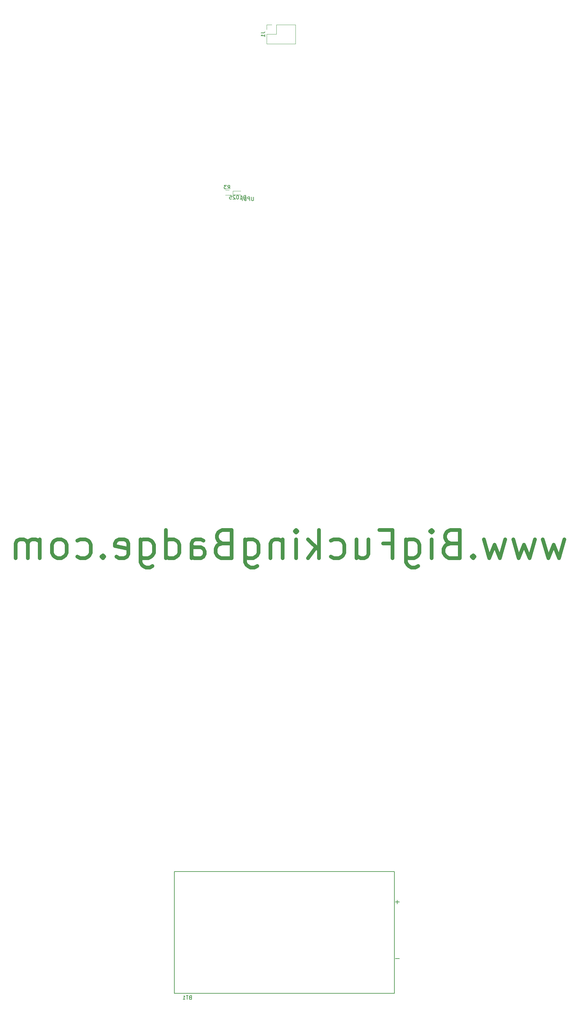
<source format=gbo>
%TF.GenerationSoftware,KiCad,Pcbnew,(5.1.9)-1*%
%TF.CreationDate,2021-07-16T12:39:06-07:00*%
%TF.ProjectId,CoronaBadge1,436f726f-6e61-4426-9164-6765312e6b69,rev?*%
%TF.SameCoordinates,Original*%
%TF.FileFunction,Legend,Bot*%
%TF.FilePolarity,Positive*%
%FSLAX46Y46*%
G04 Gerber Fmt 4.6, Leading zero omitted, Abs format (unit mm)*
G04 Created by KiCad (PCBNEW (5.1.9)-1) date 2021-07-16 12:39:06*
%MOMM*%
%LPD*%
G01*
G04 APERTURE LIST*
%ADD10C,1.016000*%
%ADD11C,0.127000*%
%ADD12C,0.120000*%
%ADD13C,0.150000*%
%ADD14C,1.530000*%
%ADD15R,0.500000X0.900000*%
%ADD16R,1.700000X1.700000*%
%ADD17O,1.700000X1.700000*%
%ADD18R,0.800000X0.800000*%
G04 APERTURE END LIST*
D10*
X268967142Y-179967142D02*
X267515714Y-185047142D01*
X266064285Y-181418571D01*
X264612857Y-185047142D01*
X263161428Y-179967142D01*
X260984285Y-179967142D02*
X259532857Y-185047142D01*
X258081428Y-181418571D01*
X256630000Y-185047142D01*
X255178571Y-179967142D01*
X253001428Y-179967142D02*
X251550000Y-185047142D01*
X250098571Y-181418571D01*
X248647142Y-185047142D01*
X247195714Y-179967142D01*
X244292857Y-184321428D02*
X243930000Y-184684285D01*
X244292857Y-185047142D01*
X244655714Y-184684285D01*
X244292857Y-184321428D01*
X244292857Y-185047142D01*
X238124285Y-181055714D02*
X237035714Y-181418571D01*
X236672857Y-181781428D01*
X236310000Y-182507142D01*
X236310000Y-183595714D01*
X236672857Y-184321428D01*
X237035714Y-184684285D01*
X237761428Y-185047142D01*
X240664285Y-185047142D01*
X240664285Y-177427142D01*
X238124285Y-177427142D01*
X237398571Y-177790000D01*
X237035714Y-178152857D01*
X236672857Y-178878571D01*
X236672857Y-179604285D01*
X237035714Y-180330000D01*
X237398571Y-180692857D01*
X238124285Y-181055714D01*
X240664285Y-181055714D01*
X233044285Y-185047142D02*
X233044285Y-179967142D01*
X233044285Y-177427142D02*
X233407142Y-177790000D01*
X233044285Y-178152857D01*
X232681428Y-177790000D01*
X233044285Y-177427142D01*
X233044285Y-178152857D01*
X226150000Y-179967142D02*
X226150000Y-186135714D01*
X226512857Y-186861428D01*
X226875714Y-187224285D01*
X227601428Y-187587142D01*
X228690000Y-187587142D01*
X229415714Y-187224285D01*
X226150000Y-184684285D02*
X226875714Y-185047142D01*
X228327142Y-185047142D01*
X229052857Y-184684285D01*
X229415714Y-184321428D01*
X229778571Y-183595714D01*
X229778571Y-181418571D01*
X229415714Y-180692857D01*
X229052857Y-180330000D01*
X228327142Y-179967142D01*
X226875714Y-179967142D01*
X226150000Y-180330000D01*
X219981428Y-181055714D02*
X222521428Y-181055714D01*
X222521428Y-185047142D02*
X222521428Y-177427142D01*
X218892857Y-177427142D01*
X212724285Y-179967142D02*
X212724285Y-185047142D01*
X215990000Y-179967142D02*
X215990000Y-183958571D01*
X215627142Y-184684285D01*
X214901428Y-185047142D01*
X213812857Y-185047142D01*
X213087142Y-184684285D01*
X212724285Y-184321428D01*
X205830000Y-184684285D02*
X206555714Y-185047142D01*
X208007142Y-185047142D01*
X208732857Y-184684285D01*
X209095714Y-184321428D01*
X209458571Y-183595714D01*
X209458571Y-181418571D01*
X209095714Y-180692857D01*
X208732857Y-180330000D01*
X208007142Y-179967142D01*
X206555714Y-179967142D01*
X205830000Y-180330000D01*
X202564285Y-185047142D02*
X202564285Y-177427142D01*
X201838571Y-182144285D02*
X199661428Y-185047142D01*
X199661428Y-179967142D02*
X202564285Y-182870000D01*
X196395714Y-185047142D02*
X196395714Y-179967142D01*
X196395714Y-177427142D02*
X196758571Y-177790000D01*
X196395714Y-178152857D01*
X196032857Y-177790000D01*
X196395714Y-177427142D01*
X196395714Y-178152857D01*
X192767142Y-179967142D02*
X192767142Y-185047142D01*
X192767142Y-180692857D02*
X192404285Y-180330000D01*
X191678571Y-179967142D01*
X190590000Y-179967142D01*
X189864285Y-180330000D01*
X189501428Y-181055714D01*
X189501428Y-185047142D01*
X182607142Y-179967142D02*
X182607142Y-186135714D01*
X182970000Y-186861428D01*
X183332857Y-187224285D01*
X184058571Y-187587142D01*
X185147142Y-187587142D01*
X185872857Y-187224285D01*
X182607142Y-184684285D02*
X183332857Y-185047142D01*
X184784285Y-185047142D01*
X185510000Y-184684285D01*
X185872857Y-184321428D01*
X186235714Y-183595714D01*
X186235714Y-181418571D01*
X185872857Y-180692857D01*
X185510000Y-180330000D01*
X184784285Y-179967142D01*
X183332857Y-179967142D01*
X182607142Y-180330000D01*
X176438571Y-181055714D02*
X175350000Y-181418571D01*
X174987142Y-181781428D01*
X174624285Y-182507142D01*
X174624285Y-183595714D01*
X174987142Y-184321428D01*
X175350000Y-184684285D01*
X176075714Y-185047142D01*
X178978571Y-185047142D01*
X178978571Y-177427142D01*
X176438571Y-177427142D01*
X175712857Y-177790000D01*
X175350000Y-178152857D01*
X174987142Y-178878571D01*
X174987142Y-179604285D01*
X175350000Y-180330000D01*
X175712857Y-180692857D01*
X176438571Y-181055714D01*
X178978571Y-181055714D01*
X168092857Y-185047142D02*
X168092857Y-181055714D01*
X168455714Y-180330000D01*
X169181428Y-179967142D01*
X170632857Y-179967142D01*
X171358571Y-180330000D01*
X168092857Y-184684285D02*
X168818571Y-185047142D01*
X170632857Y-185047142D01*
X171358571Y-184684285D01*
X171721428Y-183958571D01*
X171721428Y-183232857D01*
X171358571Y-182507142D01*
X170632857Y-182144285D01*
X168818571Y-182144285D01*
X168092857Y-181781428D01*
X161198571Y-185047142D02*
X161198571Y-177427142D01*
X161198571Y-184684285D02*
X161924285Y-185047142D01*
X163375714Y-185047142D01*
X164101428Y-184684285D01*
X164464285Y-184321428D01*
X164827142Y-183595714D01*
X164827142Y-181418571D01*
X164464285Y-180692857D01*
X164101428Y-180330000D01*
X163375714Y-179967142D01*
X161924285Y-179967142D01*
X161198571Y-180330000D01*
X154304285Y-179967142D02*
X154304285Y-186135714D01*
X154667142Y-186861428D01*
X155030000Y-187224285D01*
X155755714Y-187587142D01*
X156844285Y-187587142D01*
X157570000Y-187224285D01*
X154304285Y-184684285D02*
X155030000Y-185047142D01*
X156481428Y-185047142D01*
X157207142Y-184684285D01*
X157570000Y-184321428D01*
X157932857Y-183595714D01*
X157932857Y-181418571D01*
X157570000Y-180692857D01*
X157207142Y-180330000D01*
X156481428Y-179967142D01*
X155030000Y-179967142D01*
X154304285Y-180330000D01*
X147772857Y-184684285D02*
X148498571Y-185047142D01*
X149950000Y-185047142D01*
X150675714Y-184684285D01*
X151038571Y-183958571D01*
X151038571Y-181055714D01*
X150675714Y-180330000D01*
X149950000Y-179967142D01*
X148498571Y-179967142D01*
X147772857Y-180330000D01*
X147410000Y-181055714D01*
X147410000Y-181781428D01*
X151038571Y-182507142D01*
X144144285Y-184321428D02*
X143781428Y-184684285D01*
X144144285Y-185047142D01*
X144507142Y-184684285D01*
X144144285Y-184321428D01*
X144144285Y-185047142D01*
X137250000Y-184684285D02*
X137975714Y-185047142D01*
X139427142Y-185047142D01*
X140152857Y-184684285D01*
X140515714Y-184321428D01*
X140878571Y-183595714D01*
X140878571Y-181418571D01*
X140515714Y-180692857D01*
X140152857Y-180330000D01*
X139427142Y-179967142D01*
X137975714Y-179967142D01*
X137250000Y-180330000D01*
X132895714Y-185047142D02*
X133621428Y-184684285D01*
X133984285Y-184321428D01*
X134347142Y-183595714D01*
X134347142Y-181418571D01*
X133984285Y-180692857D01*
X133621428Y-180330000D01*
X132895714Y-179967142D01*
X131807142Y-179967142D01*
X131081428Y-180330000D01*
X130718571Y-180692857D01*
X130355714Y-181418571D01*
X130355714Y-183595714D01*
X130718571Y-184321428D01*
X131081428Y-184684285D01*
X131807142Y-185047142D01*
X132895714Y-185047142D01*
X127090000Y-185047142D02*
X127090000Y-179967142D01*
X127090000Y-180692857D02*
X126727142Y-180330000D01*
X126001428Y-179967142D01*
X124912857Y-179967142D01*
X124187142Y-180330000D01*
X123824285Y-181055714D01*
X123824285Y-185047142D01*
X123824285Y-181055714D02*
X123461428Y-180330000D01*
X122735714Y-179967142D01*
X121647142Y-179967142D01*
X120921428Y-180330000D01*
X120558571Y-181055714D01*
X120558571Y-185047142D01*
D11*
X163460000Y-302760000D02*
X222970000Y-302760000D01*
X222970000Y-302760000D02*
X222970000Y-269840000D01*
X222970000Y-269840000D02*
X163460000Y-269840000D01*
X163460000Y-269840000D02*
X163460000Y-302760000D01*
D12*
X178250000Y-85520000D02*
X177250000Y-85520000D01*
X177250000Y-86880000D02*
X178250000Y-86880000D01*
X188470000Y-40770000D02*
X188470000Y-42100000D01*
X189800000Y-40770000D02*
X188470000Y-40770000D01*
X188470000Y-43370000D02*
X188470000Y-45970000D01*
X191070000Y-43370000D02*
X188470000Y-43370000D01*
X191070000Y-40770000D02*
X191070000Y-43370000D01*
X188470000Y-45970000D02*
X196210000Y-45970000D01*
X191070000Y-40770000D02*
X196210000Y-40770000D01*
X196210000Y-40770000D02*
X196210000Y-45970000D01*
X179300000Y-86750000D02*
X181400000Y-86750000D01*
X179300000Y-85750000D02*
X181400000Y-85750000D01*
X179300000Y-86750000D02*
X179300000Y-85750000D01*
D13*
X167760714Y-303863571D02*
X167617857Y-303911190D01*
X167570238Y-303958809D01*
X167522619Y-304054047D01*
X167522619Y-304196904D01*
X167570238Y-304292142D01*
X167617857Y-304339761D01*
X167713095Y-304387380D01*
X168094047Y-304387380D01*
X168094047Y-303387380D01*
X167760714Y-303387380D01*
X167665476Y-303435000D01*
X167617857Y-303482619D01*
X167570238Y-303577857D01*
X167570238Y-303673095D01*
X167617857Y-303768333D01*
X167665476Y-303815952D01*
X167760714Y-303863571D01*
X168094047Y-303863571D01*
X167236904Y-303387380D02*
X166665476Y-303387380D01*
X166951190Y-304387380D02*
X166951190Y-303387380D01*
X165808333Y-304387380D02*
X166379761Y-304387380D01*
X166094047Y-304387380D02*
X166094047Y-303387380D01*
X166189285Y-303530238D01*
X166284523Y-303625476D01*
X166379761Y-303673095D01*
X224323333Y-293400000D02*
X223256666Y-293400000D01*
X224323333Y-278050000D02*
X223256666Y-278050000D01*
X223790000Y-278583333D02*
X223790000Y-277516666D01*
X177916666Y-85202380D02*
X178250000Y-84726190D01*
X178488095Y-85202380D02*
X178488095Y-84202380D01*
X178107142Y-84202380D01*
X178011904Y-84250000D01*
X177964285Y-84297619D01*
X177916666Y-84392857D01*
X177916666Y-84535714D01*
X177964285Y-84630952D01*
X178011904Y-84678571D01*
X178107142Y-84726190D01*
X178488095Y-84726190D01*
X177583333Y-84202380D02*
X176964285Y-84202380D01*
X177297619Y-84583333D01*
X177154761Y-84583333D01*
X177059523Y-84630952D01*
X177011904Y-84678571D01*
X176964285Y-84773809D01*
X176964285Y-85011904D01*
X177011904Y-85107142D01*
X177059523Y-85154761D01*
X177154761Y-85202380D01*
X177440476Y-85202380D01*
X177535714Y-85154761D01*
X177583333Y-85107142D01*
X184923809Y-87352380D02*
X184923809Y-88161904D01*
X184876190Y-88257142D01*
X184828571Y-88304761D01*
X184733333Y-88352380D01*
X184542857Y-88352380D01*
X184447619Y-88304761D01*
X184400000Y-88257142D01*
X184352380Y-88161904D01*
X184352380Y-87352380D01*
X183876190Y-88352380D02*
X183876190Y-87352380D01*
X183495238Y-87352380D01*
X183400000Y-87400000D01*
X183352380Y-87447619D01*
X183304761Y-87542857D01*
X183304761Y-87685714D01*
X183352380Y-87780952D01*
X183400000Y-87828571D01*
X183495238Y-87876190D01*
X183876190Y-87876190D01*
X182876190Y-88352380D02*
X182876190Y-87352380D01*
X182638095Y-87352380D01*
X182495238Y-87400000D01*
X182400000Y-87495238D01*
X182352380Y-87590476D01*
X182304761Y-87780952D01*
X182304761Y-87923809D01*
X182352380Y-88114285D01*
X182400000Y-88209523D01*
X182495238Y-88304761D01*
X182638095Y-88352380D01*
X182876190Y-88352380D01*
X181876190Y-88352380D02*
X181876190Y-87352380D01*
X186922380Y-43036666D02*
X187636666Y-43036666D01*
X187779523Y-42989047D01*
X187874761Y-42893809D01*
X187922380Y-42750952D01*
X187922380Y-42655714D01*
X187922380Y-44036666D02*
X187922380Y-43465238D01*
X187922380Y-43750952D02*
X186922380Y-43750952D01*
X187065238Y-43655714D01*
X187160476Y-43560476D01*
X187208095Y-43465238D01*
X182766666Y-87952380D02*
X182766666Y-86952380D01*
X182528571Y-86952380D01*
X182385714Y-87000000D01*
X182290476Y-87095238D01*
X182242857Y-87190476D01*
X182195238Y-87380952D01*
X182195238Y-87523809D01*
X182242857Y-87714285D01*
X182290476Y-87809523D01*
X182385714Y-87904761D01*
X182528571Y-87952380D01*
X182766666Y-87952380D01*
X181242857Y-87952380D02*
X181814285Y-87952380D01*
X181528571Y-87952380D02*
X181528571Y-86952380D01*
X181623809Y-87095238D01*
X181719047Y-87190476D01*
X181814285Y-87238095D01*
X180623809Y-86952380D02*
X180528571Y-86952380D01*
X180433333Y-87000000D01*
X180385714Y-87047619D01*
X180338095Y-87142857D01*
X180290476Y-87333333D01*
X180290476Y-87571428D01*
X180338095Y-87761904D01*
X180385714Y-87857142D01*
X180433333Y-87904761D01*
X180528571Y-87952380D01*
X180623809Y-87952380D01*
X180719047Y-87904761D01*
X180766666Y-87857142D01*
X180814285Y-87761904D01*
X180861904Y-87571428D01*
X180861904Y-87333333D01*
X180814285Y-87142857D01*
X180766666Y-87047619D01*
X180719047Y-87000000D01*
X180623809Y-86952380D01*
X179909523Y-87047619D02*
X179861904Y-87000000D01*
X179766666Y-86952380D01*
X179528571Y-86952380D01*
X179433333Y-87000000D01*
X179385714Y-87047619D01*
X179338095Y-87142857D01*
X179338095Y-87238095D01*
X179385714Y-87380952D01*
X179957142Y-87952380D01*
X179338095Y-87952380D01*
X178433333Y-86952380D02*
X178909523Y-86952380D01*
X178957142Y-87428571D01*
X178909523Y-87380952D01*
X178814285Y-87333333D01*
X178576190Y-87333333D01*
X178480952Y-87380952D01*
X178433333Y-87428571D01*
X178385714Y-87523809D01*
X178385714Y-87761904D01*
X178433333Y-87857142D01*
X178480952Y-87904761D01*
X178576190Y-87952380D01*
X178814285Y-87952380D01*
X178909523Y-87904761D01*
X178957142Y-87857142D01*
%LPC*%
D14*
X220380000Y-278805000D03*
X220380000Y-293795000D03*
D15*
X178500000Y-86200000D03*
X177000000Y-86200000D03*
D16*
X186550000Y-86260000D03*
D17*
X186550000Y-88800000D03*
X186550000Y-91340000D03*
D16*
X189800000Y-42100000D03*
D17*
X189800000Y-44640000D03*
X192340000Y-42100000D03*
X192340000Y-44640000D03*
X194880000Y-42100000D03*
X194880000Y-44640000D03*
D18*
X181400000Y-86250000D03*
X179800000Y-86250000D03*
M02*

</source>
